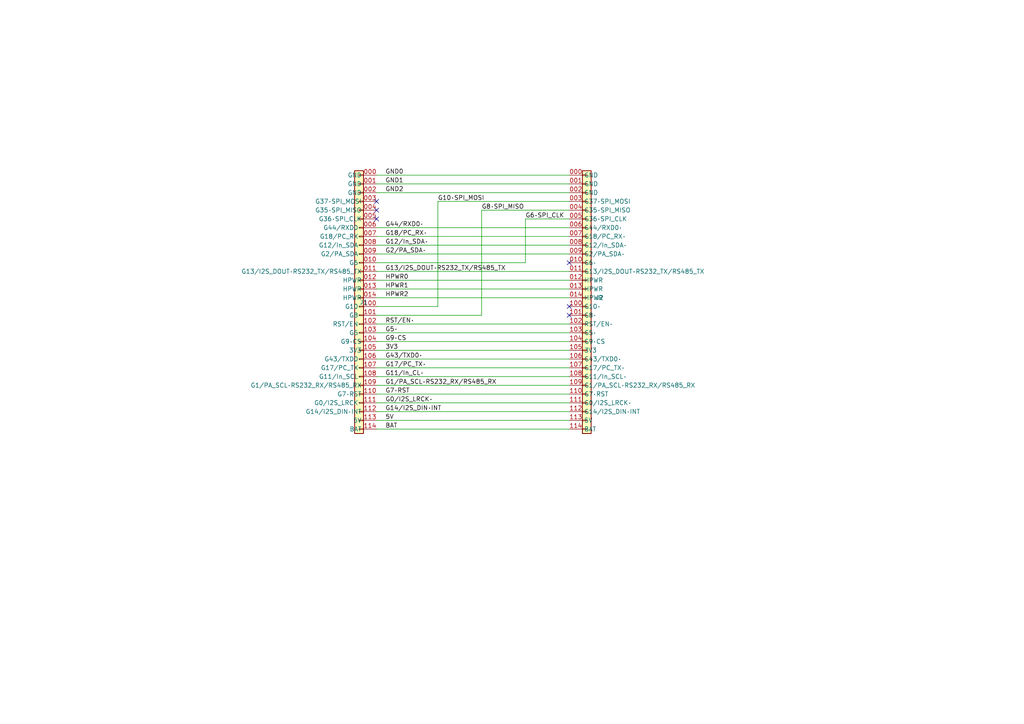
<source format=kicad_sch>
(kicad_sch (version 20231120) (generator "eeschema") (generator_version "8.0")
  (paper "A4")
  (title_block (title "M5Stack CoreS3 to LAN PoE v1.2 Adapter") (date "2025-08-14") (rev "1.0") (company "https://github.com/rtyle") (comment 1 "https://github.com/m5stack/M5_Hardware/tree/master/PCB/Module") (comment 2 "https://docs.m5stack.com/en/base/lan_poe_v12") (comment 3 "https://docs.m5stack.com/en/accessory/bus_socket"))
  (lib_symbols
    (symbol "m5stack:Conn_01x30_M5Stack_CoreS3-Base_LAN_PoE_v1.2"
      (property "Reference" "U" (at 0 0 0))
      (symbol "Conn_01x30_M5Stack_CoreS3-Base_LAN_PoE_v1.2_1_1"
        (rectangle (start 3.81 -36.703) (end 5.08 -36.957) (stroke (width 0.1524)))
        (rectangle (start 3.81 -34.163) (end 5.08 -34.417) (stroke (width 0.1524)))
        (rectangle (start 3.81 -31.623) (end 5.08 -31.877) (stroke (width 0.1524)))
        (rectangle (start 3.81 -29.083) (end 5.08 -29.337) (stroke (width 0.1524)))
        (rectangle (start 3.81 -26.543) (end 5.08 -26.797) (stroke (width 0.1524)))
        (rectangle (start 3.81 -24.003) (end 5.08 -24.257) (stroke (width 0.1524)))
        (rectangle (start 3.81 -21.463) (end 5.08 -21.717) (stroke (width 0.1524)))
        (rectangle (start 3.81 -18.923) (end 5.08 -19.177) (stroke (width 0.1524)))
        (rectangle (start 3.81 -16.383) (end 5.08 -16.637) (stroke (width 0.1524)))
        (rectangle (start 3.81 -13.843) (end 5.08 -14.097) (stroke (width 0.1524)))
        (rectangle (start 3.81 -11.303) (end 5.08 -11.557) (stroke (width 0.1524)))
        (rectangle (start 3.81 -8.763) (end 5.08 -9.017) (stroke (width 0.1524)))
        (rectangle (start 3.81 -6.223) (end 5.08 -6.477) (stroke (width 0.1524)))
        (rectangle (start 3.81 -3.683) (end 5.08 -3.937) (stroke (width 0.1524)))
        (rectangle (start 3.81 -1.143) (end 5.08 -1.397) (stroke (width 0.1524)))
        (rectangle (start 3.81 1.397) (end 5.08 1.143) (stroke (width 0.1524)))
        (rectangle (start 3.81 3.937) (end 5.08 3.683) (stroke (width 0.1524)))
        (rectangle (start 3.81 6.477) (end 5.08 6.223) (stroke (width 0.1524)))
        (rectangle (start 3.81 9.017) (end 5.08 8.763) (stroke (width 0.1524)))
        (rectangle (start 3.81 11.557) (end 5.08 11.303) (stroke (width 0.1524)))
        (rectangle (start 3.81 14.097) (end 5.08 13.843) (stroke (width 0.1524)))
        (rectangle (start 3.81 16.637) (end 5.08 16.383) (stroke (width 0.1524)))
        (rectangle (start 3.81 19.177) (end 5.08 18.923) (stroke (width 0.1524)))
        (rectangle (start 3.81 21.717) (end 5.08 21.463) (stroke (width 0.1524)))
        (rectangle (start 3.81 24.257) (end 5.08 24.003) (stroke (width 0.1524)))
        (rectangle (start 3.81 26.797) (end 5.08 26.543) (stroke (width 0.1524)))
        (rectangle (start 3.81 29.337) (end 5.08 29.083) (stroke (width 0.1524)))
        (rectangle (start 3.81 31.877) (end 5.08 31.623) (stroke (width 0.1524)))
        (rectangle (start 3.81 34.417) (end 5.08 34.163) (stroke (width 0.1524)))
        (rectangle (start 3.81 36.957) (end 5.08 36.703) (stroke (width 0.1524)))
        (rectangle (start 3.81 38.1) (end 6.35 -38.1) (stroke (width 0.254)) (fill (type background)))
        (pin passive line (at 0 36.83 0) (length 3.81) (name "GND") (number "000"))
        (pin passive line (at 0 34.29 0) (length 3.81) (name "GND") (number "001"))
        (pin passive line (at 0 31.75 0) (length 3.81) (name "GND") (number "002"))
        (pin passive line (at 0 29.21 0) (length 3.81) (name "G37·SPI_MOSI") (number "003"))
        (pin passive line (at 0 26.67 0) (length 3.81) (name "G35·SPI_MISO") (number "004"))
        (pin passive line (at 0 24.13 0) (length 3.81) (name "G36·SPI_CLK") (number "005"))
        (pin passive line (at 0 21.59 0) (length 3.81) (name "G44/RXD0·") (number "006"))
        (pin passive line (at 0 19.05 0) (length 3.81) (name "G18/PC_RX·") (number "007"))
        (pin passive line (at 0 16.51 0) (length 3.81) (name "G12/In_SDA·") (number "008"))
        (pin passive line (at 0 13.97 0) (length 3.81) (name "G2/PA_SDA·") (number "009"))
        (pin passive line (at 0 11.43 0) (length 3.81) (name "G6·") (number "010"))
        (pin passive line (at 0 8.89 0) (length 3.81) (name "G13/I2S_DOUT·RS232_TX/RS485_TX") (number "011"))
        (pin passive line (at 0 6.35 0) (length 3.81) (name "HPWR") (number "012"))
        (pin passive line (at 0 3.81 0) (length 3.81) (name "HPWR") (number "013"))
        (pin passive line (at 0 1.27 0) (length 3.81) (name "HPWR") (number "014"))
        (pin passive line (at 0 -1.27 0) (length 3.81) (name "G10·") (number "100"))
        (pin passive line (at 0 -3.81 0) (length 3.81) (name "G8·") (number "101"))
        (pin passive line (at 0 -6.35 0) (length 3.81) (name "RST/EN·") (number "102"))
        (pin passive line (at 0 -8.89 0) (length 3.81) (name "G5·") (number "103"))
        (pin passive line (at 0 -11.43 0) (length 3.81) (name "G9·CS") (number "104"))
        (pin passive line (at 0 -13.97 0) (length 3.81) (name "3V3") (number "105"))
        (pin passive line (at 0 -16.51 0) (length 3.81) (name "G43/TXD0·") (number "106"))
        (pin passive line (at 0 -19.05 0) (length 3.81) (name "G17/PC_TX·") (number "107"))
        (pin passive line (at 0 -21.59 0) (length 3.81) (name "G11/In_SCL·") (number "108"))
        (pin passive line (at 0 -24.13 0) (length 3.81) (name "G1/PA_SCL·RS232_RX/RS485_RX") (number "109"))
        (pin passive line (at 0 -26.67 0) (length 3.81) (name "G7·RST") (number "110"))
        (pin passive line (at 0 -29.21 0) (length 3.81) (name "G0/I2S_LRCK·") (number "111"))
        (pin passive line (at 0 -31.75 0) (length 3.81) (name "G14/I2S_DIN·INT") (number "112"))
        (pin passive line (at 0 -34.29 0) (length 3.81) (name "5V") (number "113"))
        (pin passive line (at 0 -36.83 0) (length 3.81) (name "BAT") (number "114"))
      )
    )
  )
  (no_connect (at 109.22 60.96))
  (no_connect (at 109.22 63.5))
  (no_connect (at 165.1 91.44))
  (no_connect (at 165.1 88.9))
  (no_connect (at 109.22 58.42))
  (no_connect (at 165.1 76.2))
  (wire (pts (xy 109.22 50.8) (xy 165.1 50.8)))
  (wire (pts (xy 109.22 96.52) (xy 165.1 96.52)))
  (wire (pts (xy 109.22 116.84) (xy 165.1 116.84)))
  (wire (pts (xy 109.22 111.76) (xy 165.1 111.76)))
  (wire (pts (xy 109.22 53.34) (xy 165.1 53.34)))
  (wire (pts (xy 109.22 68.58) (xy 165.1 68.58)))
  (wire (pts (xy 109.22 88.9) (xy 127 88.9)))
  (wire (pts (xy 109.22 73.66) (xy 165.1 73.66)))
  (wire (pts (xy 109.22 119.38) (xy 165.1 119.38)))
  (wire (pts (xy 109.22 93.98) (xy 165.1 93.98)))
  (wire (pts (xy 109.22 83.82) (xy 165.1 83.82)))
  (wire (pts (xy 109.22 76.2) (xy 152.4 76.2)))
  (wire (pts (xy 109.22 99.06) (xy 165.1 99.06)))
  (wire (pts (xy 109.22 78.74) (xy 165.1 78.74)))
  (wire (pts (xy 127 88.9) (xy 127 58.42)))
  (wire (pts (xy 109.22 121.92) (xy 165.1 121.92)))
  (wire (pts (xy 109.22 81.28) (xy 165.1 81.28)))
  (wire (pts (xy 109.22 114.3) (xy 165.1 114.3)))
  (wire (pts (xy 109.22 106.68) (xy 165.1 106.68)))
  (wire (pts (xy 109.22 109.22) (xy 165.1 109.22)))
  (wire (pts (xy 139.7 91.44) (xy 139.7 60.96)))
  (wire (pts (xy 139.7 60.96) (xy 165.1 60.96)))
  (wire (pts (xy 109.22 55.88) (xy 165.1 55.88)))
  (wire (pts (xy 109.22 66.04) (xy 165.1 66.04)))
  (wire (pts (xy 109.22 86.36) (xy 165.1 86.36)))
  (wire (pts (xy 109.22 101.6) (xy 165.1 101.6)))
  (wire (pts (xy 109.22 104.14) (xy 165.1 104.14)))
  (wire (pts (xy 152.4 63.5) (xy 165.1 63.5)))
  (wire (pts (xy 152.4 76.2) (xy 152.4 63.5)))
  (wire (pts (xy 127 58.42) (xy 165.1 58.42)))
  (wire (pts (xy 109.22 71.12) (xy 165.1 71.12)))
  (wire (pts (xy 109.22 91.44) (xy 139.7 91.44)))
  (wire (pts (xy 109.22 124.46) (xy 165.1 124.46)))
  (label "3V3" (at 111.76 101.6 0))
  (label "BAT" (at 111.76 124.46 0))
  (label "G5·" (at 111.76 96.52 0))
  (label "RST{slash}EN·" (at 111.76 93.98 0))
  (label "5V" (at 111.76 121.92 0))
  (label "G7·RST" (at 111.76 114.3 0))
  (label "G9·CS" (at 111.76 99.06 0))
  (label "GND2" (at 111.76 55.88 0))
  (label "G2{slash}PA_SDA·" (at 111.76 73.66 0))
  (label "G11{slash}In_CL·" (at 111.76 109.22 0))
  (label "G0{slash}I2S_LRCK·" (at 111.76 116.84 0))
  (label "G13{slash}I2S_DOUT·RS232_TX{slash}RS485_TX" (at 111.76 78.74 0))
  (label "G12{slash}In_SDA·" (at 111.76 71.12 0))
  (label "HPWR0" (at 111.76 81.28 0))
  (label "G18{slash}PC_RX·" (at 111.76 68.58 0))
  (label "HPWR1" (at 111.76 83.82 0))
  (label "G6·SPI_CLK" (at 152.4 63.5 0))
  (label "GND1" (at 111.76 53.34 0))
  (label "G1{slash}PA_SCL·RS232_RX{slash}RS485_RX" (at 111.76 111.76 0))
  (label "G14{slash}I2S_DIN·INT" (at 111.76 119.38 0))
  (label "G8·SPI_MISO" (at 139.7 60.96 0))
  (label "G10·SPI_MOSI" (at 127 58.42 0))
  (label "G44{slash}RXD0·" (at 111.76 66.04 0))
  (label "G17{slash}PC_TX·" (at 111.76 106.68 0))
  (label "G43{slash}TXD0·" (at 111.76 104.14 0))
  (label "GND0" (at 111.76 50.8 0))
  (label "HPWR2" (at 111.76 86.36 0))
  (symbol (lib_id "m5stack:Conn_01x30_M5Stack_CoreS3-Base_LAN_PoE_v1.2") (at 109.22 87.63 0) (mirror y) (unit 1)
    (property "Reference" "J1" (at 106.68 87.6299 0) (effects (justify left)))
    (property "Value" "M5Stack A001 PinHeader" (effects (hide yes)))
    (property "Footprint" "m5stack:PinHeader_2x15_P2.54mm_Vertical_SMD_M5Stack_A001" (effects (hide yes)))
    (property "Datasheet" "https://docs.m5stack.com/en/accessory/bus_socket" (effects (hide yes)))
    (property "Description" "Generic connector, single row, 01x30, script generated (kicad-library-utils/schlib/autogen/connector/)" (effects (hide yes)))
    (property "Vendor" "https://www.mouser.com/ProductDetail/M5Stack/A001?qs=81r%252BiQLm7BRpjvosS7pk2A%3D%3D" (effects (hide yes)))
  )
  (symbol (lib_id "m5stack:Conn_01x30_M5Stack_CoreS3-Base_LAN_PoE_v1.2") (at 165.1 87.63 0) (unit 1)
    (property "Reference" "J2" (at 172.72 86.3599 0) (effects (justify left)))
    (property "Value" "M5Stack A001 PinSocket" (effects (hide yes)))
    (property "Footprint" "m5stack:PinSocket_2x15_P2.54mm_Vertical_SMD_M5Stack_A001" (effects (hide yes)))
    (property "Datasheet" "https://docs.m5stack.com/en/accessory/bus_socket" (effects (hide yes)))
    (property "Description" "Generic connector, single row, 01x30, script generated (kicad-library-utils/schlib/autogen/connector/)" (effects (hide yes)))
    (property "Vendor" "https://www.mouser.com/ProductDetail/M5Stack/A001?qs=81r%252BiQLm7BRpjvosS7pk2A%3D%3D" (effects (hide yes)))
  )
)
</source>
